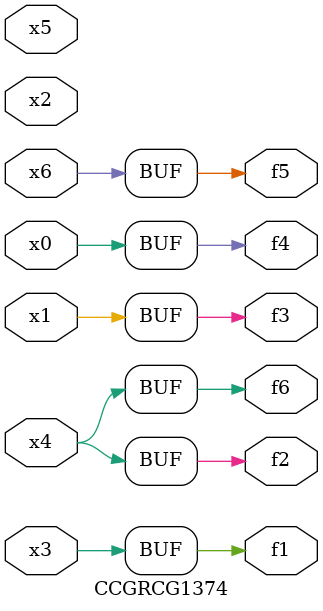
<source format=v>
module CCGRCG1374(
	input x0, x1, x2, x3, x4, x5, x6,
	output f1, f2, f3, f4, f5, f6
);
	assign f1 = x3;
	assign f2 = x4;
	assign f3 = x1;
	assign f4 = x0;
	assign f5 = x6;
	assign f6 = x4;
endmodule

</source>
